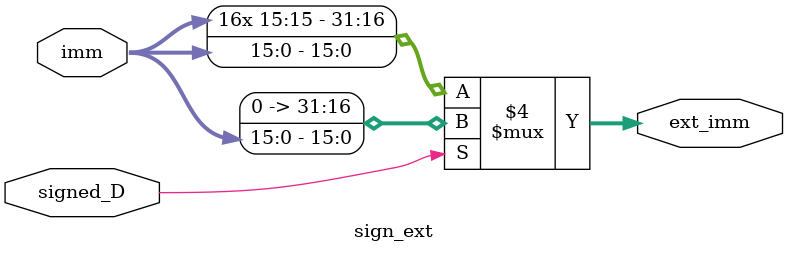
<source format=v>
module sign_ext (

input signed_D,
input [15:0] imm, 

output reg [31:0] ext_imm

);

   always @(*) begin
	
      if (~signed_D) ext_imm = {{16{imm[15]}}, imm};
			 
      else ext_imm = {16'b0, imm};
		
   end

endmodule
 


</source>
